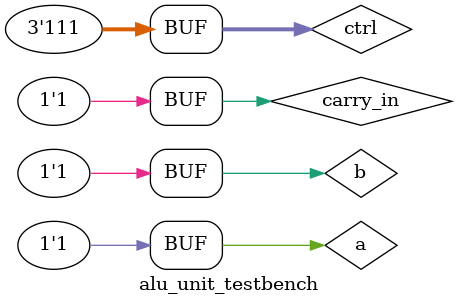
<source format=sv>
`timescale 1ps/1ps

module alu_unit(a, b, result, carry_in, carry_out, ctrl);
	input [2:0] ctrl;
	input a, b, carry_in;
	output result, carry_out;
	
	// logical operations
	logic a_and_b, a_or_b, a_xor_b, b_invert;
	
	and #(50) and1 (a_and_b, a, b);
	or #(50) or1 (a_or_b, a, b);
	xor #(50) xor1 (a_xor_b, a, b);
	
	// adder logic
	logic addResult, subtractResult, carry_out_add, carry_out_sub;
	full_adder add (.a, .b, .c_in(carry_in), .sub(1'b0), .c_out(carry_out_add), .out(addResult));
	full_adder sub (.a, .b, .c_in(carry_in), .sub(1'b1), .c_out(carry_out_sub), .out(subtractResult));
	
	// mux logic for result and carry out
	multiplexer m_2x1 (.a(carry_out_add), .b(carry_out_sub), .s(ctrl[0]), .y(carry_out));
	multiplexer_6to1 m (.PASS(b), .ADD(addResult), .SUBTRACT(subtractResult), 
	.XOR(a_xor_b), .AND(a_and_b), .OR(a_or_b), .ctrl, .out(result));
endmodule

module alu_unit_testbench();
	logic [2:0] ctrl;
	logic a, b, carry_in;
	logic result, carry_out;
	
	alu_unit dut (.a, .b, .result, .ctrl, .carry_in, .carry_out);
	
	initial begin
		for (int i = 0; i < 8; i++) begin
			ctrl = i;#500000;
			for (int j = 0; j < 8; j++) begin
				{a, b, carry_in} = j; #500000;
			end
		end
	end
endmodule
</source>
